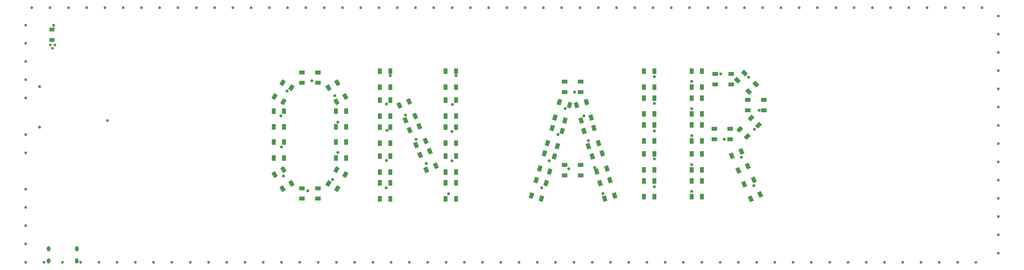
<source format=gbr>
G04 GENERATED BY PULSONIX 12.5 GERBER.DLL 9449*
G04 #@! TF.GenerationSoftware,Pulsonix,Pulsonix,12.5.9449*
G04 #@! TF.CreationDate,2024-11-25T21:04:47--1:00*
G04 #@! TF.Part,Single*
%FSLAX35Y35*%
%LPD*%
%MOMM*%
G04 #@! TF.FileFunction,Soldermask,Top*
G04 #@! TF.FilePolarity,Negative*
G04 #@! TA.AperFunction,ViaPad*
%ADD81C,0.95400*%
%ADD82C,0.85400*%
G04 #@! TA.AperFunction,SMDPad,CuDef*
%ADD83R,1.75400X1.25400*%
%AMT84*0 Rectangle Pad at angle 30*21,1,1.25400,1.75400,0,0,30*%
%ADD84T84*%
%ADD85R,1.25400X1.75400*%
%AMT86*0 Rectangle Pad at angle 150*21,1,1.25400,1.75400,0,0,150*%
%ADD86T86*%
%AMT87*0 Rectangle Pad at angle 23*21,1,1.25400,1.75400,0,0,23*%
%ADD87T87*%
%AMT88*0 Rectangle Pad at angle 163*21,1,1.25400,1.75400,0,0,163*%
%ADD88T88*%
%AMT89*0 Rectangle Pad at angle 17*21,1,1.25400,1.75400,0,0,17*%
%ADD89T89*%
%AMT90*0 Rectangle Pad at angle 45*21,1,1.25400,1.75400,0,0,45*%
%ADD90T90*%
%AMT91*0 Rectangle Pad at angle 135*21,1,1.25400,1.75400,0,0,135*%
%ADD91T91*%
%AMT92*0 Rectangle Pad at angle 24*21,1,1.25400,1.75400,0,0,24*%
%ADD92T92*%
G04 #@! TA.AperFunction,ComponentPad*
%ADD93O,1.10400X1.60400*%
G04 #@! TA.AperFunction,SMDPad,CuDef*
%ADD94R,0.55400X1.25400*%
G04 #@! TD.AperFunction*
X0Y0D02*
D02*
D81*
X1813250Y5095438D03*
Y6333688D03*
X2244250Y8214875D03*
X9211000Y5436750D03*
X9226875Y4484250D03*
X9290564Y3595250D03*
X9401500Y6198750D03*
X10036500Y3134875D03*
X10163500Y6516250D03*
X10798500Y3484125D03*
X10862000Y6055875D03*
X10957250Y4309625D03*
Y5246250D03*
X12433625Y3230125D03*
X12449500Y4071500D03*
Y5801875D03*
X12465375Y4992250D03*
X12561875Y6675000D03*
X13032948Y5468500D03*
X13350448Y4722375D03*
X13667948Y3976250D03*
X14354500Y3039625D03*
X14449750Y4055625D03*
Y4960500D03*
X14465625Y5786000D03*
X14578000Y6675000D03*
X17199622Y3225872D03*
X17434250Y4055625D03*
X17704125Y4865250D03*
X17926375Y5659000D03*
X18037500Y3817500D03*
X18212125Y6165750D03*
X18497875Y5436750D03*
X18638747Y4674750D03*
X18831250Y3849250D03*
X19085250Y3055500D03*
X20658125Y3261875D03*
Y4119125D03*
Y4976375D03*
Y5817750D03*
Y6643250D03*
X21798625Y3119000D03*
Y3944500D03*
Y4833500D03*
Y5659000D03*
Y6500375D03*
X22688875Y6725500D03*
X22800000Y4721125D03*
X23322767Y4166750D03*
X23546125Y6627375D03*
X23703767Y3293625D03*
X23720750Y5024000D03*
X23863625Y5610125D03*
D02*
D82*
X1390800Y946670D03*
Y1506670D03*
Y2066670D03*
Y2626670D03*
Y3186670D03*
Y4306670D03*
Y4866670D03*
Y5986670D03*
Y6546670D03*
Y7106670D03*
Y7666670D03*
Y8226670D03*
X1577306Y8754700D03*
X1950800Y946300D03*
X2137306Y8754700D03*
X2144250Y7611625D03*
X2210125Y7516375D03*
X2289500Y7611625D03*
X2510800Y946300D03*
X2697306Y8754700D03*
X3070800Y946300D03*
X3257306Y8754700D03*
X3630800Y946300D03*
X3817306Y8754700D03*
X3892875Y5293875D03*
X4190800Y946300D03*
X4377306Y8754700D03*
X4750800Y946300D03*
X4937306Y8754700D03*
X5310800Y946300D03*
X5497306Y8754700D03*
X5870800Y946300D03*
X6057306Y8754700D03*
X6430800Y946300D03*
X6617306Y8754700D03*
X6990800Y946300D03*
X7177306Y8754700D03*
X7550800Y946300D03*
X7737306Y8754700D03*
X8110800Y946300D03*
X8297306Y8754700D03*
X8670800Y946300D03*
X8857306Y8754700D03*
X9230800Y946300D03*
X9417306Y8754700D03*
X9790800Y946300D03*
X9977306Y8754700D03*
X10350800Y946300D03*
X10537306Y8754700D03*
X10910800Y946300D03*
X11097306Y8754700D03*
X11470800Y946300D03*
X11657306Y8754700D03*
X12030800Y946300D03*
X12217306Y8754700D03*
X12590800Y946300D03*
X12777306Y8754700D03*
X13150800Y946300D03*
X13337306Y8754700D03*
X13710800Y946300D03*
X13897306Y8754700D03*
X14270800Y946300D03*
X14457306Y8754700D03*
X14830800Y946300D03*
X15017306Y8754700D03*
X15390800Y946300D03*
X15577306Y8754700D03*
X15950800Y946300D03*
X16137306Y8754700D03*
X16510800Y946300D03*
X16697306Y8754700D03*
X17070800Y946300D03*
X17257306Y8754700D03*
X17630800Y946300D03*
X17817306Y8754700D03*
X18190800Y946300D03*
X18377306Y8754700D03*
X18750800Y946300D03*
X18937306Y8754700D03*
X19310800Y946300D03*
X19497306Y8754700D03*
X19870800Y946300D03*
X20057306Y8754700D03*
X20430800Y946300D03*
X20617306Y8754700D03*
X20990800Y946300D03*
X21177306Y8754700D03*
X21550800Y946300D03*
X21737306Y8754700D03*
X22110800Y946300D03*
X22297306Y8754700D03*
X22670800Y946300D03*
X22857306Y8754700D03*
X23230800Y946300D03*
X23417306Y8754700D03*
X23790800Y946300D03*
X23977306Y8754700D03*
X24350800Y946300D03*
X24537306Y8754700D03*
X24910800Y946300D03*
X25097306Y8754700D03*
X25470800Y946300D03*
X25657306Y8754700D03*
X26030800Y946300D03*
X26217306Y8754700D03*
X26590800Y946300D03*
X26777306Y8754700D03*
X27150800Y946300D03*
X27337306Y8754700D03*
X27710800Y946300D03*
X27897306Y8754700D03*
X28270800Y946300D03*
X28457306Y8754700D03*
X28830800Y946300D03*
X29017306Y8754700D03*
X29390800Y946300D03*
X29577306Y8754700D03*
X29950800Y946300D03*
X30137306Y8754700D03*
X30510800Y946300D03*
X30697306Y8754700D03*
X31199200Y1226300D03*
Y1786300D03*
Y2346300D03*
Y2906300D03*
Y3466300D03*
Y4026300D03*
Y4586300D03*
Y5146300D03*
Y5706300D03*
Y6266300D03*
Y6826300D03*
Y7386300D03*
Y7946300D03*
Y8506300D03*
D02*
D83*
X9855000Y2895500D03*
Y3215500D03*
Y6451500D03*
Y6771500D03*
X10345000Y2895500D03*
Y3215500D03*
Y6451500D03*
Y6771500D03*
X17903625Y3609875D03*
Y3929875D03*
Y6165750D03*
Y6485750D03*
X18393625Y3609875D03*
Y3929875D03*
Y6165750D03*
Y6485750D03*
X22491500Y4721125D03*
Y5041125D03*
X22523250Y6405500D03*
Y6725500D03*
X22981500Y4721125D03*
Y5041125D03*
X23013250Y6405500D03*
Y6725500D03*
X23523375Y5610125D03*
Y5930125D03*
X24013375Y5610125D03*
Y5930125D03*
D02*
D84*
X9013436Y3632176D03*
X9258436Y3207824D03*
X9290564Y3792176D03*
X9535564Y3367824D03*
X10664436Y6299176D03*
X10909436Y5874824D03*
X10941564Y6459176D03*
X11186564Y6034824D03*
D02*
D85*
X8987500Y4144000D03*
Y4634000D03*
Y5096500D03*
Y5586500D03*
X9307500Y4144000D03*
Y4634000D03*
Y5096500D03*
Y5586500D03*
X10892500Y4144000D03*
Y4634000D03*
Y5096500D03*
Y5586500D03*
X11212500Y4144000D03*
Y4634000D03*
Y5096500D03*
Y5586500D03*
X12241875Y2889875D03*
Y3379875D03*
Y3715375D03*
Y4205375D03*
Y4604375D03*
Y5094375D03*
Y5429875D03*
Y5919875D03*
Y6318875D03*
Y6808875D03*
X12561875Y2889875D03*
Y3379875D03*
Y3715375D03*
Y4205375D03*
Y4604375D03*
Y5094375D03*
Y5429875D03*
Y5919875D03*
Y6318875D03*
Y6808875D03*
X14258000Y2889875D03*
Y3379875D03*
Y3715375D03*
Y4205375D03*
Y4604375D03*
Y5094375D03*
Y5429875D03*
Y5919875D03*
Y6318875D03*
Y6808875D03*
X14578000Y2889875D03*
Y3379875D03*
Y3715375D03*
Y4205375D03*
Y4604375D03*
Y5094375D03*
Y5429875D03*
Y5919875D03*
Y6318875D03*
Y6808875D03*
X20338125Y2955000D03*
Y3445000D03*
Y3780500D03*
Y4270500D03*
Y4669500D03*
Y5159500D03*
Y5495000D03*
Y5985000D03*
Y6320500D03*
Y6810500D03*
X20658125Y2955000D03*
Y3445000D03*
Y3780500D03*
Y4270500D03*
Y4669500D03*
Y5159500D03*
Y5495000D03*
Y5985000D03*
Y6320500D03*
Y6810500D03*
X21798625Y2955000D03*
Y3445000D03*
Y3780500D03*
Y4270500D03*
Y4669500D03*
Y5159500D03*
Y5495000D03*
Y5985000D03*
Y6320500D03*
Y6810500D03*
X22118625Y2955000D03*
Y3445000D03*
Y3780500D03*
Y4270500D03*
Y4669500D03*
Y5159500D03*
Y5495000D03*
Y5985000D03*
Y6320500D03*
Y6810500D03*
D02*
D86*
X9013436Y6034824D03*
X9258436Y6459176D03*
X9290564Y5874824D03*
X9535564Y6299176D03*
X10664436Y3367824D03*
X10909436Y3792176D03*
X10941564Y3207824D03*
X11186564Y3632176D03*
D02*
D87*
X12841490Y5758507D03*
X13032948Y5307459D03*
X13136052Y5883541D03*
X13158990Y4996507D03*
X13327510Y5432493D03*
X13350448Y4545459D03*
X13453552Y5121541D03*
X13476490Y4234507D03*
X13645010Y4670493D03*
X13667948Y3783459D03*
X13771052Y4359541D03*
X13962510Y3908493D03*
D02*
D88*
X16892110Y2994985D03*
X17035372Y3463574D03*
X17146110Y3820485D03*
X17198128Y2901426D03*
X17289372Y4289074D03*
X17341390Y3370015D03*
X17384235Y4598360D03*
X17452128Y3726926D03*
X17527497Y5066949D03*
X17595390Y4195515D03*
X17606485Y5392110D03*
X17690253Y4504801D03*
X17749747Y5860699D03*
X17833515Y4973390D03*
X17912503Y5298551D03*
X18055765Y5767140D03*
D02*
D89*
X18273235D03*
X18416497Y5298551D03*
X18495485Y4973390D03*
X18579253Y5860699D03*
X18638747Y4504801D03*
X18722515Y5392110D03*
X18749485Y4195515D03*
X18801503Y5066949D03*
X18892747Y3726926D03*
X18944765Y4598360D03*
X18987610Y3370015D03*
X19055503Y4289074D03*
X19130872Y2901426D03*
X19198765Y3820485D03*
X19293628Y3463574D03*
X19436890Y2994985D03*
D02*
D90*
X23196247Y6528729D03*
X23422521Y6755003D03*
X23542729Y6182247D03*
X23769003Y6408521D03*
D02*
D91*
X23275622Y5027396D03*
X23501896Y4801122D03*
X23622104Y5373878D03*
X23848378Y5147604D03*
D02*
D92*
X23030432Y4214366D03*
X23229733Y3766728D03*
X23322767Y4344522D03*
X23411432Y3341241D03*
X23522068Y3896884D03*
X23610733Y2893603D03*
X23703767Y3471397D03*
X23903068Y3023759D03*
D02*
D93*
X2087688Y984188D03*
Y1354188D03*
X2951688Y984188D03*
Y1354188D03*
D02*
D94*
X2144250Y7769125D03*
Y8089125D03*
X2194250Y7769125D03*
Y8089125D03*
X2244250Y7769125D03*
Y8089125D03*
X0Y0D02*
M02*

</source>
